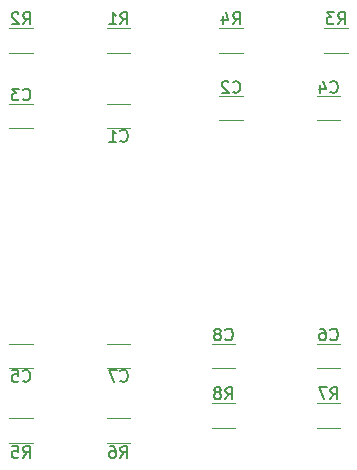
<source format=gbr>
G04 #@! TF.FileFunction,Legend,Bot*
%FSLAX46Y46*%
G04 Gerber Fmt 4.6, Leading zero omitted, Abs format (unit mm)*
G04 Created by KiCad (PCBNEW 4.0.7) date Tuesday, March 06, 2018 'PMt' 10:16:58 PM*
%MOMM*%
%LPD*%
G01*
G04 APERTURE LIST*
%ADD10C,0.100000*%
%ADD11C,0.120000*%
%ADD12C,0.150000*%
G04 APERTURE END LIST*
D10*
D11*
X127905000Y-69015000D02*
X129905000Y-69015000D01*
X129905000Y-66875000D02*
X127905000Y-66875000D01*
X119650000Y-69015000D02*
X121650000Y-69015000D01*
X121650000Y-66875000D02*
X119650000Y-66875000D01*
X129905000Y-75315000D02*
X127905000Y-75315000D01*
X127905000Y-73275000D02*
X129905000Y-73275000D01*
X137430000Y-72640000D02*
X139430000Y-72640000D01*
X139430000Y-74680000D02*
X137430000Y-74680000D01*
X146320000Y-69015000D02*
X148320000Y-69015000D01*
X148320000Y-66875000D02*
X146320000Y-66875000D01*
X137430000Y-69015000D02*
X139430000Y-69015000D01*
X139430000Y-66875000D02*
X137430000Y-66875000D01*
X136795000Y-100765000D02*
X138795000Y-100765000D01*
X138795000Y-98625000D02*
X136795000Y-98625000D01*
X129905000Y-95635000D02*
X127905000Y-95635000D01*
X127905000Y-93595000D02*
X129905000Y-93595000D01*
X136795000Y-93595000D02*
X138795000Y-93595000D01*
X138795000Y-95635000D02*
X136795000Y-95635000D01*
X121650000Y-99895000D02*
X119650000Y-99895000D01*
X119650000Y-102035000D02*
X121650000Y-102035000D01*
X129905000Y-99895000D02*
X127905000Y-99895000D01*
X127905000Y-102035000D02*
X129905000Y-102035000D01*
X145685000Y-100765000D02*
X147685000Y-100765000D01*
X147685000Y-98625000D02*
X145685000Y-98625000D01*
X119650000Y-73275000D02*
X121650000Y-73275000D01*
X121650000Y-75315000D02*
X119650000Y-75315000D01*
X145685000Y-72640000D02*
X147685000Y-72640000D01*
X147685000Y-74680000D02*
X145685000Y-74680000D01*
X121650000Y-95635000D02*
X119650000Y-95635000D01*
X119650000Y-93595000D02*
X121650000Y-93595000D01*
X145685000Y-93595000D02*
X147685000Y-93595000D01*
X147685000Y-95635000D02*
X145685000Y-95635000D01*
D12*
X129071666Y-66547381D02*
X129405000Y-66071190D01*
X129643095Y-66547381D02*
X129643095Y-65547381D01*
X129262142Y-65547381D01*
X129166904Y-65595000D01*
X129119285Y-65642619D01*
X129071666Y-65737857D01*
X129071666Y-65880714D01*
X129119285Y-65975952D01*
X129166904Y-66023571D01*
X129262142Y-66071190D01*
X129643095Y-66071190D01*
X128119285Y-66547381D02*
X128690714Y-66547381D01*
X128405000Y-66547381D02*
X128405000Y-65547381D01*
X128500238Y-65690238D01*
X128595476Y-65785476D01*
X128690714Y-65833095D01*
X120816666Y-66547381D02*
X121150000Y-66071190D01*
X121388095Y-66547381D02*
X121388095Y-65547381D01*
X121007142Y-65547381D01*
X120911904Y-65595000D01*
X120864285Y-65642619D01*
X120816666Y-65737857D01*
X120816666Y-65880714D01*
X120864285Y-65975952D01*
X120911904Y-66023571D01*
X121007142Y-66071190D01*
X121388095Y-66071190D01*
X120435714Y-65642619D02*
X120388095Y-65595000D01*
X120292857Y-65547381D01*
X120054761Y-65547381D01*
X119959523Y-65595000D01*
X119911904Y-65642619D01*
X119864285Y-65737857D01*
X119864285Y-65833095D01*
X119911904Y-65975952D01*
X120483333Y-66547381D01*
X119864285Y-66547381D01*
X129071666Y-76402143D02*
X129119285Y-76449762D01*
X129262142Y-76497381D01*
X129357380Y-76497381D01*
X129500238Y-76449762D01*
X129595476Y-76354524D01*
X129643095Y-76259286D01*
X129690714Y-76068810D01*
X129690714Y-75925952D01*
X129643095Y-75735476D01*
X129595476Y-75640238D01*
X129500238Y-75545000D01*
X129357380Y-75497381D01*
X129262142Y-75497381D01*
X129119285Y-75545000D01*
X129071666Y-75592619D01*
X128119285Y-76497381D02*
X128690714Y-76497381D01*
X128405000Y-76497381D02*
X128405000Y-75497381D01*
X128500238Y-75640238D01*
X128595476Y-75735476D01*
X128690714Y-75783095D01*
X138596666Y-72267143D02*
X138644285Y-72314762D01*
X138787142Y-72362381D01*
X138882380Y-72362381D01*
X139025238Y-72314762D01*
X139120476Y-72219524D01*
X139168095Y-72124286D01*
X139215714Y-71933810D01*
X139215714Y-71790952D01*
X139168095Y-71600476D01*
X139120476Y-71505238D01*
X139025238Y-71410000D01*
X138882380Y-71362381D01*
X138787142Y-71362381D01*
X138644285Y-71410000D01*
X138596666Y-71457619D01*
X138215714Y-71457619D02*
X138168095Y-71410000D01*
X138072857Y-71362381D01*
X137834761Y-71362381D01*
X137739523Y-71410000D01*
X137691904Y-71457619D01*
X137644285Y-71552857D01*
X137644285Y-71648095D01*
X137691904Y-71790952D01*
X138263333Y-72362381D01*
X137644285Y-72362381D01*
X147486666Y-66547381D02*
X147820000Y-66071190D01*
X148058095Y-66547381D02*
X148058095Y-65547381D01*
X147677142Y-65547381D01*
X147581904Y-65595000D01*
X147534285Y-65642619D01*
X147486666Y-65737857D01*
X147486666Y-65880714D01*
X147534285Y-65975952D01*
X147581904Y-66023571D01*
X147677142Y-66071190D01*
X148058095Y-66071190D01*
X147153333Y-65547381D02*
X146534285Y-65547381D01*
X146867619Y-65928333D01*
X146724761Y-65928333D01*
X146629523Y-65975952D01*
X146581904Y-66023571D01*
X146534285Y-66118810D01*
X146534285Y-66356905D01*
X146581904Y-66452143D01*
X146629523Y-66499762D01*
X146724761Y-66547381D01*
X147010476Y-66547381D01*
X147105714Y-66499762D01*
X147153333Y-66452143D01*
X138596666Y-66547381D02*
X138930000Y-66071190D01*
X139168095Y-66547381D02*
X139168095Y-65547381D01*
X138787142Y-65547381D01*
X138691904Y-65595000D01*
X138644285Y-65642619D01*
X138596666Y-65737857D01*
X138596666Y-65880714D01*
X138644285Y-65975952D01*
X138691904Y-66023571D01*
X138787142Y-66071190D01*
X139168095Y-66071190D01*
X137739523Y-65880714D02*
X137739523Y-66547381D01*
X137977619Y-65499762D02*
X138215714Y-66214048D01*
X137596666Y-66214048D01*
X137961666Y-98297381D02*
X138295000Y-97821190D01*
X138533095Y-98297381D02*
X138533095Y-97297381D01*
X138152142Y-97297381D01*
X138056904Y-97345000D01*
X138009285Y-97392619D01*
X137961666Y-97487857D01*
X137961666Y-97630714D01*
X138009285Y-97725952D01*
X138056904Y-97773571D01*
X138152142Y-97821190D01*
X138533095Y-97821190D01*
X137390238Y-97725952D02*
X137485476Y-97678333D01*
X137533095Y-97630714D01*
X137580714Y-97535476D01*
X137580714Y-97487857D01*
X137533095Y-97392619D01*
X137485476Y-97345000D01*
X137390238Y-97297381D01*
X137199761Y-97297381D01*
X137104523Y-97345000D01*
X137056904Y-97392619D01*
X137009285Y-97487857D01*
X137009285Y-97535476D01*
X137056904Y-97630714D01*
X137104523Y-97678333D01*
X137199761Y-97725952D01*
X137390238Y-97725952D01*
X137485476Y-97773571D01*
X137533095Y-97821190D01*
X137580714Y-97916429D01*
X137580714Y-98106905D01*
X137533095Y-98202143D01*
X137485476Y-98249762D01*
X137390238Y-98297381D01*
X137199761Y-98297381D01*
X137104523Y-98249762D01*
X137056904Y-98202143D01*
X137009285Y-98106905D01*
X137009285Y-97916429D01*
X137056904Y-97821190D01*
X137104523Y-97773571D01*
X137199761Y-97725952D01*
X129071666Y-96722143D02*
X129119285Y-96769762D01*
X129262142Y-96817381D01*
X129357380Y-96817381D01*
X129500238Y-96769762D01*
X129595476Y-96674524D01*
X129643095Y-96579286D01*
X129690714Y-96388810D01*
X129690714Y-96245952D01*
X129643095Y-96055476D01*
X129595476Y-95960238D01*
X129500238Y-95865000D01*
X129357380Y-95817381D01*
X129262142Y-95817381D01*
X129119285Y-95865000D01*
X129071666Y-95912619D01*
X128738333Y-95817381D02*
X128071666Y-95817381D01*
X128500238Y-96817381D01*
X137961666Y-93222143D02*
X138009285Y-93269762D01*
X138152142Y-93317381D01*
X138247380Y-93317381D01*
X138390238Y-93269762D01*
X138485476Y-93174524D01*
X138533095Y-93079286D01*
X138580714Y-92888810D01*
X138580714Y-92745952D01*
X138533095Y-92555476D01*
X138485476Y-92460238D01*
X138390238Y-92365000D01*
X138247380Y-92317381D01*
X138152142Y-92317381D01*
X138009285Y-92365000D01*
X137961666Y-92412619D01*
X137390238Y-92745952D02*
X137485476Y-92698333D01*
X137533095Y-92650714D01*
X137580714Y-92555476D01*
X137580714Y-92507857D01*
X137533095Y-92412619D01*
X137485476Y-92365000D01*
X137390238Y-92317381D01*
X137199761Y-92317381D01*
X137104523Y-92365000D01*
X137056904Y-92412619D01*
X137009285Y-92507857D01*
X137009285Y-92555476D01*
X137056904Y-92650714D01*
X137104523Y-92698333D01*
X137199761Y-92745952D01*
X137390238Y-92745952D01*
X137485476Y-92793571D01*
X137533095Y-92841190D01*
X137580714Y-92936429D01*
X137580714Y-93126905D01*
X137533095Y-93222143D01*
X137485476Y-93269762D01*
X137390238Y-93317381D01*
X137199761Y-93317381D01*
X137104523Y-93269762D01*
X137056904Y-93222143D01*
X137009285Y-93126905D01*
X137009285Y-92936429D01*
X137056904Y-92841190D01*
X137104523Y-92793571D01*
X137199761Y-92745952D01*
X120816666Y-103267381D02*
X121150000Y-102791190D01*
X121388095Y-103267381D02*
X121388095Y-102267381D01*
X121007142Y-102267381D01*
X120911904Y-102315000D01*
X120864285Y-102362619D01*
X120816666Y-102457857D01*
X120816666Y-102600714D01*
X120864285Y-102695952D01*
X120911904Y-102743571D01*
X121007142Y-102791190D01*
X121388095Y-102791190D01*
X119911904Y-102267381D02*
X120388095Y-102267381D01*
X120435714Y-102743571D01*
X120388095Y-102695952D01*
X120292857Y-102648333D01*
X120054761Y-102648333D01*
X119959523Y-102695952D01*
X119911904Y-102743571D01*
X119864285Y-102838810D01*
X119864285Y-103076905D01*
X119911904Y-103172143D01*
X119959523Y-103219762D01*
X120054761Y-103267381D01*
X120292857Y-103267381D01*
X120388095Y-103219762D01*
X120435714Y-103172143D01*
X129071666Y-103267381D02*
X129405000Y-102791190D01*
X129643095Y-103267381D02*
X129643095Y-102267381D01*
X129262142Y-102267381D01*
X129166904Y-102315000D01*
X129119285Y-102362619D01*
X129071666Y-102457857D01*
X129071666Y-102600714D01*
X129119285Y-102695952D01*
X129166904Y-102743571D01*
X129262142Y-102791190D01*
X129643095Y-102791190D01*
X128214523Y-102267381D02*
X128405000Y-102267381D01*
X128500238Y-102315000D01*
X128547857Y-102362619D01*
X128643095Y-102505476D01*
X128690714Y-102695952D01*
X128690714Y-103076905D01*
X128643095Y-103172143D01*
X128595476Y-103219762D01*
X128500238Y-103267381D01*
X128309761Y-103267381D01*
X128214523Y-103219762D01*
X128166904Y-103172143D01*
X128119285Y-103076905D01*
X128119285Y-102838810D01*
X128166904Y-102743571D01*
X128214523Y-102695952D01*
X128309761Y-102648333D01*
X128500238Y-102648333D01*
X128595476Y-102695952D01*
X128643095Y-102743571D01*
X128690714Y-102838810D01*
X146851666Y-98297381D02*
X147185000Y-97821190D01*
X147423095Y-98297381D02*
X147423095Y-97297381D01*
X147042142Y-97297381D01*
X146946904Y-97345000D01*
X146899285Y-97392619D01*
X146851666Y-97487857D01*
X146851666Y-97630714D01*
X146899285Y-97725952D01*
X146946904Y-97773571D01*
X147042142Y-97821190D01*
X147423095Y-97821190D01*
X146518333Y-97297381D02*
X145851666Y-97297381D01*
X146280238Y-98297381D01*
X120816666Y-72902143D02*
X120864285Y-72949762D01*
X121007142Y-72997381D01*
X121102380Y-72997381D01*
X121245238Y-72949762D01*
X121340476Y-72854524D01*
X121388095Y-72759286D01*
X121435714Y-72568810D01*
X121435714Y-72425952D01*
X121388095Y-72235476D01*
X121340476Y-72140238D01*
X121245238Y-72045000D01*
X121102380Y-71997381D01*
X121007142Y-71997381D01*
X120864285Y-72045000D01*
X120816666Y-72092619D01*
X120483333Y-71997381D02*
X119864285Y-71997381D01*
X120197619Y-72378333D01*
X120054761Y-72378333D01*
X119959523Y-72425952D01*
X119911904Y-72473571D01*
X119864285Y-72568810D01*
X119864285Y-72806905D01*
X119911904Y-72902143D01*
X119959523Y-72949762D01*
X120054761Y-72997381D01*
X120340476Y-72997381D01*
X120435714Y-72949762D01*
X120483333Y-72902143D01*
X146851666Y-72267143D02*
X146899285Y-72314762D01*
X147042142Y-72362381D01*
X147137380Y-72362381D01*
X147280238Y-72314762D01*
X147375476Y-72219524D01*
X147423095Y-72124286D01*
X147470714Y-71933810D01*
X147470714Y-71790952D01*
X147423095Y-71600476D01*
X147375476Y-71505238D01*
X147280238Y-71410000D01*
X147137380Y-71362381D01*
X147042142Y-71362381D01*
X146899285Y-71410000D01*
X146851666Y-71457619D01*
X145994523Y-71695714D02*
X145994523Y-72362381D01*
X146232619Y-71314762D02*
X146470714Y-72029048D01*
X145851666Y-72029048D01*
X120816666Y-96722143D02*
X120864285Y-96769762D01*
X121007142Y-96817381D01*
X121102380Y-96817381D01*
X121245238Y-96769762D01*
X121340476Y-96674524D01*
X121388095Y-96579286D01*
X121435714Y-96388810D01*
X121435714Y-96245952D01*
X121388095Y-96055476D01*
X121340476Y-95960238D01*
X121245238Y-95865000D01*
X121102380Y-95817381D01*
X121007142Y-95817381D01*
X120864285Y-95865000D01*
X120816666Y-95912619D01*
X119911904Y-95817381D02*
X120388095Y-95817381D01*
X120435714Y-96293571D01*
X120388095Y-96245952D01*
X120292857Y-96198333D01*
X120054761Y-96198333D01*
X119959523Y-96245952D01*
X119911904Y-96293571D01*
X119864285Y-96388810D01*
X119864285Y-96626905D01*
X119911904Y-96722143D01*
X119959523Y-96769762D01*
X120054761Y-96817381D01*
X120292857Y-96817381D01*
X120388095Y-96769762D01*
X120435714Y-96722143D01*
X146851666Y-93222143D02*
X146899285Y-93269762D01*
X147042142Y-93317381D01*
X147137380Y-93317381D01*
X147280238Y-93269762D01*
X147375476Y-93174524D01*
X147423095Y-93079286D01*
X147470714Y-92888810D01*
X147470714Y-92745952D01*
X147423095Y-92555476D01*
X147375476Y-92460238D01*
X147280238Y-92365000D01*
X147137380Y-92317381D01*
X147042142Y-92317381D01*
X146899285Y-92365000D01*
X146851666Y-92412619D01*
X145994523Y-92317381D02*
X146185000Y-92317381D01*
X146280238Y-92365000D01*
X146327857Y-92412619D01*
X146423095Y-92555476D01*
X146470714Y-92745952D01*
X146470714Y-93126905D01*
X146423095Y-93222143D01*
X146375476Y-93269762D01*
X146280238Y-93317381D01*
X146089761Y-93317381D01*
X145994523Y-93269762D01*
X145946904Y-93222143D01*
X145899285Y-93126905D01*
X145899285Y-92888810D01*
X145946904Y-92793571D01*
X145994523Y-92745952D01*
X146089761Y-92698333D01*
X146280238Y-92698333D01*
X146375476Y-92745952D01*
X146423095Y-92793571D01*
X146470714Y-92888810D01*
M02*

</source>
